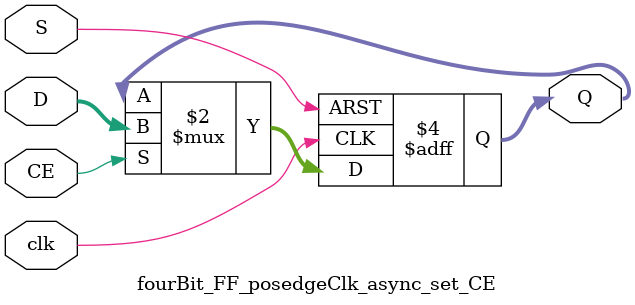
<source format=v>
`timescale 1ns / 1ps

module fourBit_FF_posedgeClk_async_set_CE(
    input [3:0] D,
    input clk,
    input S,
    input CE,
    output reg [3:0] Q
    );
	 
	 always @ (posedge clk or posedge S) begin
		if (S)
			Q = 4'b1111;
		else
			if (CE)
				Q <= D;
	 end

endmodule

</source>
